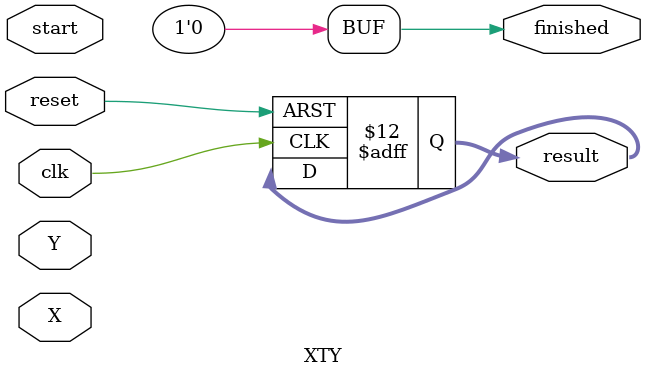
<source format=v>
`timescale 1ns / 1ps
module XTY(input [31:0] X, Y, input clk, start, reset, output finished, output reg [31:0] result);


	reg [1:0] state;
	
	assign finished = 0; // Need to be changed
	
	always @(posedge clk, posedge reset)
	
	if (reset) begin
		result <= 0;
		state <= 0;
	end
		
	else 
		case (state) 
			0: if (start) begin
				state <= 1;
			end
			
			1: begin
				state <= 2;
			end
				
			default: begin
				Dout <= cText;
				state <= 0;
			end
		endcase

endmodule

</source>
